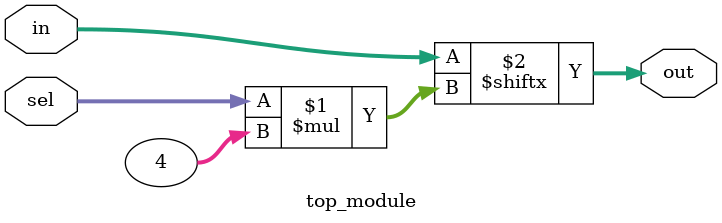
<source format=v>


module top_module( 
    input [1023:0] in,
    input [7:0] sel,
    output [3:0] out );

    assign out = in[sel*4+3 : sel*4];

endmodule
</source>
